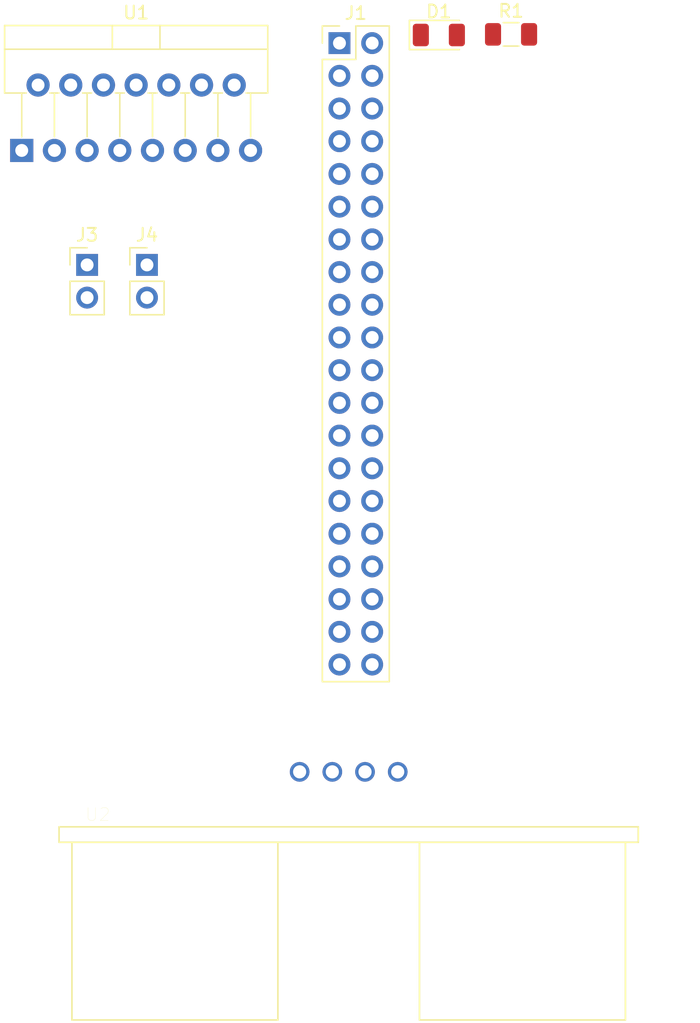
<source format=kicad_pcb>
(kicad_pcb (version 20171130) (host pcbnew "(5.1.5)-3")

  (general
    (thickness 1.6)
    (drawings 0)
    (tracks 0)
    (zones 0)
    (modules 7)
    (nets 49)
  )

  (page A4)
  (layers
    (0 F.Cu signal)
    (31 B.Cu signal)
    (32 B.Adhes user)
    (33 F.Adhes user)
    (34 B.Paste user)
    (35 F.Paste user)
    (36 B.SilkS user)
    (37 F.SilkS user)
    (38 B.Mask user)
    (39 F.Mask user)
    (40 Dwgs.User user)
    (41 Cmts.User user)
    (42 Eco1.User user)
    (43 Eco2.User user)
    (44 Edge.Cuts user)
    (45 Margin user)
    (46 B.CrtYd user)
    (47 F.CrtYd user)
    (48 B.Fab user)
    (49 F.Fab user)
  )

  (setup
    (last_trace_width 0.25)
    (trace_clearance 0.2)
    (zone_clearance 0.508)
    (zone_45_only no)
    (trace_min 0.2)
    (via_size 0.8)
    (via_drill 0.4)
    (via_min_size 0.4)
    (via_min_drill 0.3)
    (uvia_size 0.3)
    (uvia_drill 0.1)
    (uvias_allowed no)
    (uvia_min_size 0.2)
    (uvia_min_drill 0.1)
    (edge_width 0.05)
    (segment_width 0.2)
    (pcb_text_width 0.3)
    (pcb_text_size 1.5 1.5)
    (mod_edge_width 0.12)
    (mod_text_size 1 1)
    (mod_text_width 0.15)
    (pad_size 1.524 1.524)
    (pad_drill 0.762)
    (pad_to_mask_clearance 0.051)
    (solder_mask_min_width 0.25)
    (aux_axis_origin 0 0)
    (visible_elements FFFFFF7F)
    (pcbplotparams
      (layerselection 0x010fc_ffffffff)
      (usegerberextensions false)
      (usegerberattributes false)
      (usegerberadvancedattributes false)
      (creategerberjobfile false)
      (excludeedgelayer true)
      (linewidth 0.100000)
      (plotframeref false)
      (viasonmask false)
      (mode 1)
      (useauxorigin false)
      (hpglpennumber 1)
      (hpglpenspeed 20)
      (hpglpendiameter 15.000000)
      (psnegative false)
      (psa4output false)
      (plotreference true)
      (plotvalue true)
      (plotinvisibletext false)
      (padsonsilk false)
      (subtractmaskfromsilk false)
      (outputformat 1)
      (mirror false)
      (drillshape 1)
      (scaleselection 1)
      (outputdirectory ""))
  )

  (net 0 "")
  (net 1 "Net-(D1-Pad1)")
  (net 2 "Net-(D1-Pad2)")
  (net 3 "Net-(J1-Pad2)")
  (net 4 "Net-(J1-Pad3)")
  (net 5 "Net-(J1-Pad4)")
  (net 6 "Net-(J1-Pad5)")
  (net 7 "Net-(J1-Pad6)")
  (net 8 "Net-(J1-Pad7)")
  (net 9 "Net-(J1-Pad8)")
  (net 10 "Net-(J1-Pad9)")
  (net 11 "Net-(J1-Pad10)")
  (net 12 "Net-(J1-Pad11)")
  (net 13 "Net-(J1-Pad12)")
  (net 14 "Net-(J1-Pad13)")
  (net 15 "Net-(J1-Pad14)")
  (net 16 "Net-(J1-Pad15)")
  (net 17 "Net-(J1-Pad16)")
  (net 18 "Net-(J1-Pad17)")
  (net 19 "Net-(J1-Pad18)")
  (net 20 "Net-(J1-Pad19)")
  (net 21 "Net-(J1-Pad20)")
  (net 22 "Net-(J1-Pad21)")
  (net 23 "Net-(J1-Pad22)")
  (net 24 "Net-(J1-Pad23)")
  (net 25 "Net-(J1-Pad24)")
  (net 26 "Net-(J1-Pad25)")
  (net 27 "Net-(J1-Pad26)")
  (net 28 "Net-(J1-Pad27)")
  (net 29 "Net-(J1-Pad28)")
  (net 30 "Net-(J1-Pad29)")
  (net 31 "Net-(J1-Pad31)")
  (net 32 "Net-(J1-Pad32)")
  (net 33 "Net-(J1-Pad33)")
  (net 34 "Net-(J1-Pad34)")
  (net 35 "Net-(J1-Pad35)")
  (net 36 "Net-(J1-Pad36)")
  (net 37 "Net-(J1-Pad37)")
  (net 38 "Net-(J1-Pad38)")
  (net 39 "Net-(J1-Pad39)")
  (net 40 "Net-(J1-Pad40)")
  (net 41 "Net-(U1-Pad1)")
  (net 42 "Net-(J3-Pad2)")
  (net 43 "Net-(J3-Pad1)")
  (net 44 "Net-(J4-Pad2)")
  (net 45 "Net-(J4-Pad1)")
  (net 46 "Net-(U1-Pad15)")
  (net 47 GND)
  (net 48 +5VD)

  (net_class Default "This is the default net class."
    (clearance 0.2)
    (trace_width 0.25)
    (via_dia 0.8)
    (via_drill 0.4)
    (uvia_dia 0.3)
    (uvia_drill 0.1)
    (add_net +5VD)
    (add_net GND)
    (add_net "Net-(D1-Pad1)")
    (add_net "Net-(D1-Pad2)")
    (add_net "Net-(J1-Pad10)")
    (add_net "Net-(J1-Pad11)")
    (add_net "Net-(J1-Pad12)")
    (add_net "Net-(J1-Pad13)")
    (add_net "Net-(J1-Pad14)")
    (add_net "Net-(J1-Pad15)")
    (add_net "Net-(J1-Pad16)")
    (add_net "Net-(J1-Pad17)")
    (add_net "Net-(J1-Pad18)")
    (add_net "Net-(J1-Pad19)")
    (add_net "Net-(J1-Pad2)")
    (add_net "Net-(J1-Pad20)")
    (add_net "Net-(J1-Pad21)")
    (add_net "Net-(J1-Pad22)")
    (add_net "Net-(J1-Pad23)")
    (add_net "Net-(J1-Pad24)")
    (add_net "Net-(J1-Pad25)")
    (add_net "Net-(J1-Pad26)")
    (add_net "Net-(J1-Pad27)")
    (add_net "Net-(J1-Pad28)")
    (add_net "Net-(J1-Pad29)")
    (add_net "Net-(J1-Pad3)")
    (add_net "Net-(J1-Pad31)")
    (add_net "Net-(J1-Pad32)")
    (add_net "Net-(J1-Pad33)")
    (add_net "Net-(J1-Pad34)")
    (add_net "Net-(J1-Pad35)")
    (add_net "Net-(J1-Pad36)")
    (add_net "Net-(J1-Pad37)")
    (add_net "Net-(J1-Pad38)")
    (add_net "Net-(J1-Pad39)")
    (add_net "Net-(J1-Pad4)")
    (add_net "Net-(J1-Pad40)")
    (add_net "Net-(J1-Pad5)")
    (add_net "Net-(J1-Pad6)")
    (add_net "Net-(J1-Pad7)")
    (add_net "Net-(J1-Pad8)")
    (add_net "Net-(J1-Pad9)")
    (add_net "Net-(J3-Pad1)")
    (add_net "Net-(J3-Pad2)")
    (add_net "Net-(J4-Pad1)")
    (add_net "Net-(J4-Pad2)")
    (add_net "Net-(U1-Pad1)")
    (add_net "Net-(U1-Pad15)")
  )

  (module easyeda-data:XCVR_HC-SR04 (layer F.Cu) (tedit 5EAA3999) (tstamp 5EAAD66E)
    (at 139.7 116.84)
    (path /5EB22E64)
    (fp_text reference U2 (at -19.48505 3.31671) (layer F.SilkS)
      (effects (font (size 1.00052 1.00052) (thickness 0.015)))
    )
    (fp_text value HC-SR04 (at 23.8102 3.370695) (layer F.Fab)
      (effects (font (size 1.001693 1.001693) (thickness 0.015)))
    )
    (fp_line (start -5 4) (end -22.75 4) (layer F.CrtYd) (width 0.05))
    (fp_line (start -5 -1.25) (end -5 4) (layer F.CrtYd) (width 0.05))
    (fp_line (start 5 -1.25) (end -5 -1.25) (layer F.CrtYd) (width 0.05))
    (fp_line (start 5 4) (end 5 -1.25) (layer F.CrtYd) (width 0.05))
    (fp_line (start 22.75 4) (end 5 4) (layer F.CrtYd) (width 0.05))
    (fp_line (start 22.75 19.5) (end 22.75 4) (layer F.CrtYd) (width 0.05))
    (fp_line (start -22.75 19.5) (end 22.75 19.5) (layer F.CrtYd) (width 0.05))
    (fp_line (start -22.75 4) (end -22.75 19.5) (layer F.CrtYd) (width 0.05))
    (fp_line (start 5.5 5.47) (end 5.5 19.27) (layer F.SilkS) (width 0.127))
    (fp_line (start -5.5 5.47) (end -5.5 19.27) (layer F.SilkS) (width 0.127))
    (fp_line (start 21.5 5.47) (end 21.5 19.27) (layer F.SilkS) (width 0.127))
    (fp_line (start -21.5 5.47) (end -21.5 19.27) (layer F.SilkS) (width 0.127))
    (fp_line (start 22.5 4.27) (end 22.5 5.47) (layer F.SilkS) (width 0.127))
    (fp_line (start -22.5 4.27) (end 22.5 4.27) (layer F.SilkS) (width 0.127))
    (fp_line (start -22.5 5.47) (end -22.5 4.27) (layer F.SilkS) (width 0.127))
    (fp_line (start -21.5 5.47) (end -22.5 5.47) (layer F.SilkS) (width 0.127))
    (fp_line (start -5.5 5.47) (end -21.5 5.47) (layer F.SilkS) (width 0.127))
    (fp_line (start 5.5 5.47) (end -5.5 5.47) (layer F.SilkS) (width 0.127))
    (fp_line (start 21.5 5.47) (end 5.5 5.47) (layer F.SilkS) (width 0.127))
    (fp_line (start 22.5 5.47) (end 21.5 5.47) (layer F.SilkS) (width 0.127))
    (fp_line (start 5.5 19.27) (end 21.5 19.27) (layer F.SilkS) (width 0.127))
    (fp_line (start -21.5 19.27) (end -5.5 19.27) (layer F.SilkS) (width 0.127))
    (pad 1 thru_hole circle (at -3.81 0) (size 1.53 1.53) (drill 1.02) (layers *.Cu *.Mask)
      (net 3 "Net-(J1-Pad2)"))
    (pad 4 thru_hole circle (at 3.81 0) (size 1.53 1.53) (drill 1.02) (layers *.Cu *.Mask)
      (net 39 "Net-(J1-Pad39)"))
    (pad 3 thru_hole circle (at 1.27 0) (size 1.53 1.53) (drill 1.02) (layers *.Cu *.Mask)
      (net 35 "Net-(J1-Pad35)"))
    (pad 2 thru_hole circle (at -1.27 0) (size 1.53 1.53) (drill 1.02) (layers *.Cu *.Mask)
      (net 37 "Net-(J1-Pad37)"))
  )

  (module Connector_PinHeader_2.54mm:PinHeader_1x02_P2.54mm_Vertical (layer F.Cu) (tedit 59FED5CC) (tstamp 5EAA7807)
    (at 124.03 77.47)
    (descr "Through hole straight pin header, 1x02, 2.54mm pitch, single row")
    (tags "Through hole pin header THT 1x02 2.54mm single row")
    (path /5EAD09B3)
    (fp_text reference J4 (at 0 -2.33) (layer F.SilkS)
      (effects (font (size 1 1) (thickness 0.15)))
    )
    (fp_text value Conn_01x02_Male (at 0 4.87) (layer F.Fab)
      (effects (font (size 1 1) (thickness 0.15)))
    )
    (fp_text user %R (at 0 1.27 90) (layer F.Fab)
      (effects (font (size 1 1) (thickness 0.15)))
    )
    (fp_line (start 1.8 -1.8) (end -1.8 -1.8) (layer F.CrtYd) (width 0.05))
    (fp_line (start 1.8 4.35) (end 1.8 -1.8) (layer F.CrtYd) (width 0.05))
    (fp_line (start -1.8 4.35) (end 1.8 4.35) (layer F.CrtYd) (width 0.05))
    (fp_line (start -1.8 -1.8) (end -1.8 4.35) (layer F.CrtYd) (width 0.05))
    (fp_line (start -1.33 -1.33) (end 0 -1.33) (layer F.SilkS) (width 0.12))
    (fp_line (start -1.33 0) (end -1.33 -1.33) (layer F.SilkS) (width 0.12))
    (fp_line (start -1.33 1.27) (end 1.33 1.27) (layer F.SilkS) (width 0.12))
    (fp_line (start 1.33 1.27) (end 1.33 3.87) (layer F.SilkS) (width 0.12))
    (fp_line (start -1.33 1.27) (end -1.33 3.87) (layer F.SilkS) (width 0.12))
    (fp_line (start -1.33 3.87) (end 1.33 3.87) (layer F.SilkS) (width 0.12))
    (fp_line (start -1.27 -0.635) (end -0.635 -1.27) (layer F.Fab) (width 0.1))
    (fp_line (start -1.27 3.81) (end -1.27 -0.635) (layer F.Fab) (width 0.1))
    (fp_line (start 1.27 3.81) (end -1.27 3.81) (layer F.Fab) (width 0.1))
    (fp_line (start 1.27 -1.27) (end 1.27 3.81) (layer F.Fab) (width 0.1))
    (fp_line (start -0.635 -1.27) (end 1.27 -1.27) (layer F.Fab) (width 0.1))
    (pad 2 thru_hole oval (at 0 2.54) (size 1.7 1.7) (drill 1) (layers *.Cu *.Mask)
      (net 44 "Net-(J4-Pad2)"))
    (pad 1 thru_hole rect (at 0 0) (size 1.7 1.7) (drill 1) (layers *.Cu *.Mask)
      (net 45 "Net-(J4-Pad1)"))
    (model ${KISYS3DMOD}/Connector_PinHeader_2.54mm.3dshapes/PinHeader_1x02_P2.54mm_Vertical.wrl
      (at (xyz 0 0 0))
      (scale (xyz 1 1 1))
      (rotate (xyz 0 0 0))
    )
  )

  (module Connector_PinHeader_2.54mm:PinHeader_1x02_P2.54mm_Vertical (layer F.Cu) (tedit 59FED5CC) (tstamp 5EAA77F1)
    (at 119.38 77.47)
    (descr "Through hole straight pin header, 1x02, 2.54mm pitch, single row")
    (tags "Through hole pin header THT 1x02 2.54mm single row")
    (path /5EAD1353)
    (fp_text reference J3 (at 0 -2.33) (layer F.SilkS)
      (effects (font (size 1 1) (thickness 0.15)))
    )
    (fp_text value Conn_01x02_Male (at 0 4.87) (layer F.Fab)
      (effects (font (size 1 1) (thickness 0.15)))
    )
    (fp_text user %R (at 0 1.27 90) (layer F.Fab)
      (effects (font (size 1 1) (thickness 0.15)))
    )
    (fp_line (start 1.8 -1.8) (end -1.8 -1.8) (layer F.CrtYd) (width 0.05))
    (fp_line (start 1.8 4.35) (end 1.8 -1.8) (layer F.CrtYd) (width 0.05))
    (fp_line (start -1.8 4.35) (end 1.8 4.35) (layer F.CrtYd) (width 0.05))
    (fp_line (start -1.8 -1.8) (end -1.8 4.35) (layer F.CrtYd) (width 0.05))
    (fp_line (start -1.33 -1.33) (end 0 -1.33) (layer F.SilkS) (width 0.12))
    (fp_line (start -1.33 0) (end -1.33 -1.33) (layer F.SilkS) (width 0.12))
    (fp_line (start -1.33 1.27) (end 1.33 1.27) (layer F.SilkS) (width 0.12))
    (fp_line (start 1.33 1.27) (end 1.33 3.87) (layer F.SilkS) (width 0.12))
    (fp_line (start -1.33 1.27) (end -1.33 3.87) (layer F.SilkS) (width 0.12))
    (fp_line (start -1.33 3.87) (end 1.33 3.87) (layer F.SilkS) (width 0.12))
    (fp_line (start -1.27 -0.635) (end -0.635 -1.27) (layer F.Fab) (width 0.1))
    (fp_line (start -1.27 3.81) (end -1.27 -0.635) (layer F.Fab) (width 0.1))
    (fp_line (start 1.27 3.81) (end -1.27 3.81) (layer F.Fab) (width 0.1))
    (fp_line (start 1.27 -1.27) (end 1.27 3.81) (layer F.Fab) (width 0.1))
    (fp_line (start -0.635 -1.27) (end 1.27 -1.27) (layer F.Fab) (width 0.1))
    (pad 2 thru_hole oval (at 0 2.54) (size 1.7 1.7) (drill 1) (layers *.Cu *.Mask)
      (net 42 "Net-(J3-Pad2)"))
    (pad 1 thru_hole rect (at 0 0) (size 1.7 1.7) (drill 1) (layers *.Cu *.Mask)
      (net 43 "Net-(J3-Pad1)"))
    (model ${KISYS3DMOD}/Connector_PinHeader_2.54mm.3dshapes/PinHeader_1x02_P2.54mm_Vertical.wrl
      (at (xyz 0 0 0))
      (scale (xyz 1 1 1))
      (rotate (xyz 0 0 0))
    )
  )

  (module LED_SMD:LED_1206_3216Metric (layer F.Cu) (tedit 5B301BBE) (tstamp 5EAA72DE)
    (at 146.705001 59.615001)
    (descr "LED SMD 1206 (3216 Metric), square (rectangular) end terminal, IPC_7351 nominal, (Body size source: http://www.tortai-tech.com/upload/download/2011102023233369053.pdf), generated with kicad-footprint-generator")
    (tags diode)
    (path /5EAA18C6)
    (attr smd)
    (fp_text reference D1 (at 0 -1.82) (layer F.SilkS)
      (effects (font (size 1 1) (thickness 0.15)))
    )
    (fp_text value LED (at 0 1.82) (layer F.Fab)
      (effects (font (size 1 1) (thickness 0.15)))
    )
    (fp_line (start 1.6 -0.8) (end -1.2 -0.8) (layer F.Fab) (width 0.1))
    (fp_line (start -1.2 -0.8) (end -1.6 -0.4) (layer F.Fab) (width 0.1))
    (fp_line (start -1.6 -0.4) (end -1.6 0.8) (layer F.Fab) (width 0.1))
    (fp_line (start -1.6 0.8) (end 1.6 0.8) (layer F.Fab) (width 0.1))
    (fp_line (start 1.6 0.8) (end 1.6 -0.8) (layer F.Fab) (width 0.1))
    (fp_line (start 1.6 -1.135) (end -2.285 -1.135) (layer F.SilkS) (width 0.12))
    (fp_line (start -2.285 -1.135) (end -2.285 1.135) (layer F.SilkS) (width 0.12))
    (fp_line (start -2.285 1.135) (end 1.6 1.135) (layer F.SilkS) (width 0.12))
    (fp_line (start -2.28 1.12) (end -2.28 -1.12) (layer F.CrtYd) (width 0.05))
    (fp_line (start -2.28 -1.12) (end 2.28 -1.12) (layer F.CrtYd) (width 0.05))
    (fp_line (start 2.28 -1.12) (end 2.28 1.12) (layer F.CrtYd) (width 0.05))
    (fp_line (start 2.28 1.12) (end -2.28 1.12) (layer F.CrtYd) (width 0.05))
    (fp_text user %R (at 0 0) (layer F.Fab)
      (effects (font (size 0.8 0.8) (thickness 0.12)))
    )
    (pad 1 smd roundrect (at -1.4 0) (size 1.25 1.75) (layers F.Cu F.Paste F.Mask) (roundrect_rratio 0.2)
      (net 1 "Net-(D1-Pad1)"))
    (pad 2 smd roundrect (at 1.4 0) (size 1.25 1.75) (layers F.Cu F.Paste F.Mask) (roundrect_rratio 0.2)
      (net 2 "Net-(D1-Pad2)"))
    (model ${KISYS3DMOD}/LED_SMD.3dshapes/LED_1206_3216Metric.wrl
      (at (xyz 0 0 0))
      (scale (xyz 1 1 1))
      (rotate (xyz 0 0 0))
    )
  )

  (module Connector_PinHeader_2.54mm:PinHeader_2x20_P2.54mm_Vertical (layer F.Cu) (tedit 59FED5CC) (tstamp 5EAA731C)
    (at 138.985001 60.245001)
    (descr "Through hole straight pin header, 2x20, 2.54mm pitch, double rows")
    (tags "Through hole pin header THT 2x20 2.54mm double row")
    (path /5EAA72C8)
    (fp_text reference J1 (at 1.27 -2.33) (layer F.SilkS)
      (effects (font (size 1 1) (thickness 0.15)))
    )
    (fp_text value Conn_02x20_Odd_Even (at 1.27 50.59) (layer F.Fab)
      (effects (font (size 1 1) (thickness 0.15)))
    )
    (fp_line (start 0 -1.27) (end 3.81 -1.27) (layer F.Fab) (width 0.1))
    (fp_line (start 3.81 -1.27) (end 3.81 49.53) (layer F.Fab) (width 0.1))
    (fp_line (start 3.81 49.53) (end -1.27 49.53) (layer F.Fab) (width 0.1))
    (fp_line (start -1.27 49.53) (end -1.27 0) (layer F.Fab) (width 0.1))
    (fp_line (start -1.27 0) (end 0 -1.27) (layer F.Fab) (width 0.1))
    (fp_line (start -1.33 49.59) (end 3.87 49.59) (layer F.SilkS) (width 0.12))
    (fp_line (start -1.33 1.27) (end -1.33 49.59) (layer F.SilkS) (width 0.12))
    (fp_line (start 3.87 -1.33) (end 3.87 49.59) (layer F.SilkS) (width 0.12))
    (fp_line (start -1.33 1.27) (end 1.27 1.27) (layer F.SilkS) (width 0.12))
    (fp_line (start 1.27 1.27) (end 1.27 -1.33) (layer F.SilkS) (width 0.12))
    (fp_line (start 1.27 -1.33) (end 3.87 -1.33) (layer F.SilkS) (width 0.12))
    (fp_line (start -1.33 0) (end -1.33 -1.33) (layer F.SilkS) (width 0.12))
    (fp_line (start -1.33 -1.33) (end 0 -1.33) (layer F.SilkS) (width 0.12))
    (fp_line (start -1.8 -1.8) (end -1.8 50.05) (layer F.CrtYd) (width 0.05))
    (fp_line (start -1.8 50.05) (end 4.35 50.05) (layer F.CrtYd) (width 0.05))
    (fp_line (start 4.35 50.05) (end 4.35 -1.8) (layer F.CrtYd) (width 0.05))
    (fp_line (start 4.35 -1.8) (end -1.8 -1.8) (layer F.CrtYd) (width 0.05))
    (fp_text user %R (at 1.27 24.13 90) (layer F.Fab)
      (effects (font (size 1 1) (thickness 0.15)))
    )
    (pad 1 thru_hole rect (at 0 0) (size 1.7 1.7) (drill 1) (layers *.Cu *.Mask)
      (net 2 "Net-(D1-Pad2)"))
    (pad 2 thru_hole oval (at 2.54 0) (size 1.7 1.7) (drill 1) (layers *.Cu *.Mask)
      (net 3 "Net-(J1-Pad2)"))
    (pad 3 thru_hole oval (at 0 2.54) (size 1.7 1.7) (drill 1) (layers *.Cu *.Mask)
      (net 4 "Net-(J1-Pad3)"))
    (pad 4 thru_hole oval (at 2.54 2.54) (size 1.7 1.7) (drill 1) (layers *.Cu *.Mask)
      (net 5 "Net-(J1-Pad4)"))
    (pad 5 thru_hole oval (at 0 5.08) (size 1.7 1.7) (drill 1) (layers *.Cu *.Mask)
      (net 6 "Net-(J1-Pad5)"))
    (pad 6 thru_hole oval (at 2.54 5.08) (size 1.7 1.7) (drill 1) (layers *.Cu *.Mask)
      (net 7 "Net-(J1-Pad6)"))
    (pad 7 thru_hole oval (at 0 7.62) (size 1.7 1.7) (drill 1) (layers *.Cu *.Mask)
      (net 8 "Net-(J1-Pad7)"))
    (pad 8 thru_hole oval (at 2.54 7.62) (size 1.7 1.7) (drill 1) (layers *.Cu *.Mask)
      (net 9 "Net-(J1-Pad8)"))
    (pad 9 thru_hole oval (at 0 10.16) (size 1.7 1.7) (drill 1) (layers *.Cu *.Mask)
      (net 10 "Net-(J1-Pad9)"))
    (pad 10 thru_hole oval (at 2.54 10.16) (size 1.7 1.7) (drill 1) (layers *.Cu *.Mask)
      (net 11 "Net-(J1-Pad10)"))
    (pad 11 thru_hole oval (at 0 12.7) (size 1.7 1.7) (drill 1) (layers *.Cu *.Mask)
      (net 12 "Net-(J1-Pad11)"))
    (pad 12 thru_hole oval (at 2.54 12.7) (size 1.7 1.7) (drill 1) (layers *.Cu *.Mask)
      (net 13 "Net-(J1-Pad12)"))
    (pad 13 thru_hole oval (at 0 15.24) (size 1.7 1.7) (drill 1) (layers *.Cu *.Mask)
      (net 14 "Net-(J1-Pad13)"))
    (pad 14 thru_hole oval (at 2.54 15.24) (size 1.7 1.7) (drill 1) (layers *.Cu *.Mask)
      (net 15 "Net-(J1-Pad14)"))
    (pad 15 thru_hole oval (at 0 17.78) (size 1.7 1.7) (drill 1) (layers *.Cu *.Mask)
      (net 16 "Net-(J1-Pad15)"))
    (pad 16 thru_hole oval (at 2.54 17.78) (size 1.7 1.7) (drill 1) (layers *.Cu *.Mask)
      (net 17 "Net-(J1-Pad16)"))
    (pad 17 thru_hole oval (at 0 20.32) (size 1.7 1.7) (drill 1) (layers *.Cu *.Mask)
      (net 18 "Net-(J1-Pad17)"))
    (pad 18 thru_hole oval (at 2.54 20.32) (size 1.7 1.7) (drill 1) (layers *.Cu *.Mask)
      (net 19 "Net-(J1-Pad18)"))
    (pad 19 thru_hole oval (at 0 22.86) (size 1.7 1.7) (drill 1) (layers *.Cu *.Mask)
      (net 20 "Net-(J1-Pad19)"))
    (pad 20 thru_hole oval (at 2.54 22.86) (size 1.7 1.7) (drill 1) (layers *.Cu *.Mask)
      (net 21 "Net-(J1-Pad20)"))
    (pad 21 thru_hole oval (at 0 25.4) (size 1.7 1.7) (drill 1) (layers *.Cu *.Mask)
      (net 22 "Net-(J1-Pad21)"))
    (pad 22 thru_hole oval (at 2.54 25.4) (size 1.7 1.7) (drill 1) (layers *.Cu *.Mask)
      (net 23 "Net-(J1-Pad22)"))
    (pad 23 thru_hole oval (at 0 27.94) (size 1.7 1.7) (drill 1) (layers *.Cu *.Mask)
      (net 24 "Net-(J1-Pad23)"))
    (pad 24 thru_hole oval (at 2.54 27.94) (size 1.7 1.7) (drill 1) (layers *.Cu *.Mask)
      (net 25 "Net-(J1-Pad24)"))
    (pad 25 thru_hole oval (at 0 30.48) (size 1.7 1.7) (drill 1) (layers *.Cu *.Mask)
      (net 26 "Net-(J1-Pad25)"))
    (pad 26 thru_hole oval (at 2.54 30.48) (size 1.7 1.7) (drill 1) (layers *.Cu *.Mask)
      (net 27 "Net-(J1-Pad26)"))
    (pad 27 thru_hole oval (at 0 33.02) (size 1.7 1.7) (drill 1) (layers *.Cu *.Mask)
      (net 28 "Net-(J1-Pad27)"))
    (pad 28 thru_hole oval (at 2.54 33.02) (size 1.7 1.7) (drill 1) (layers *.Cu *.Mask)
      (net 29 "Net-(J1-Pad28)"))
    (pad 29 thru_hole oval (at 0 35.56) (size 1.7 1.7) (drill 1) (layers *.Cu *.Mask)
      (net 30 "Net-(J1-Pad29)"))
    (pad 30 thru_hole oval (at 2.54 35.56) (size 1.7 1.7) (drill 1) (layers *.Cu *.Mask)
      (net 47 GND))
    (pad 31 thru_hole oval (at 0 38.1) (size 1.7 1.7) (drill 1) (layers *.Cu *.Mask)
      (net 31 "Net-(J1-Pad31)"))
    (pad 32 thru_hole oval (at 2.54 38.1) (size 1.7 1.7) (drill 1) (layers *.Cu *.Mask)
      (net 32 "Net-(J1-Pad32)"))
    (pad 33 thru_hole oval (at 0 40.64) (size 1.7 1.7) (drill 1) (layers *.Cu *.Mask)
      (net 33 "Net-(J1-Pad33)"))
    (pad 34 thru_hole oval (at 2.54 40.64) (size 1.7 1.7) (drill 1) (layers *.Cu *.Mask)
      (net 34 "Net-(J1-Pad34)"))
    (pad 35 thru_hole oval (at 0 43.18) (size 1.7 1.7) (drill 1) (layers *.Cu *.Mask)
      (net 35 "Net-(J1-Pad35)"))
    (pad 36 thru_hole oval (at 2.54 43.18) (size 1.7 1.7) (drill 1) (layers *.Cu *.Mask)
      (net 36 "Net-(J1-Pad36)"))
    (pad 37 thru_hole oval (at 0 45.72) (size 1.7 1.7) (drill 1) (layers *.Cu *.Mask)
      (net 37 "Net-(J1-Pad37)"))
    (pad 38 thru_hole oval (at 2.54 45.72) (size 1.7 1.7) (drill 1) (layers *.Cu *.Mask)
      (net 38 "Net-(J1-Pad38)"))
    (pad 39 thru_hole oval (at 0 48.26) (size 1.7 1.7) (drill 1) (layers *.Cu *.Mask)
      (net 39 "Net-(J1-Pad39)"))
    (pad 40 thru_hole oval (at 2.54 48.26) (size 1.7 1.7) (drill 1) (layers *.Cu *.Mask)
      (net 40 "Net-(J1-Pad40)"))
    (model ${KISYS3DMOD}/Connector_PinHeader_2.54mm.3dshapes/PinHeader_2x20_P2.54mm_Vertical.wrl
      (at (xyz 0 0 0))
      (scale (xyz 1 1 1))
      (rotate (xyz 0 0 0))
    )
  )

  (module Resistor_SMD:R_1206_3216Metric (layer F.Cu) (tedit 5B301BBD) (tstamp 5EAA732D)
    (at 152.315001 59.565001)
    (descr "Resistor SMD 1206 (3216 Metric), square (rectangular) end terminal, IPC_7351 nominal, (Body size source: http://www.tortai-tech.com/upload/download/2011102023233369053.pdf), generated with kicad-footprint-generator")
    (tags resistor)
    (path /5EAA2386)
    (attr smd)
    (fp_text reference R1 (at 0 -1.82) (layer F.SilkS)
      (effects (font (size 1 1) (thickness 0.15)))
    )
    (fp_text value 200 (at 0 1.82) (layer F.Fab)
      (effects (font (size 1 1) (thickness 0.15)))
    )
    (fp_line (start -1.6 0.8) (end -1.6 -0.8) (layer F.Fab) (width 0.1))
    (fp_line (start -1.6 -0.8) (end 1.6 -0.8) (layer F.Fab) (width 0.1))
    (fp_line (start 1.6 -0.8) (end 1.6 0.8) (layer F.Fab) (width 0.1))
    (fp_line (start 1.6 0.8) (end -1.6 0.8) (layer F.Fab) (width 0.1))
    (fp_line (start -0.602064 -0.91) (end 0.602064 -0.91) (layer F.SilkS) (width 0.12))
    (fp_line (start -0.602064 0.91) (end 0.602064 0.91) (layer F.SilkS) (width 0.12))
    (fp_line (start -2.28 1.12) (end -2.28 -1.12) (layer F.CrtYd) (width 0.05))
    (fp_line (start -2.28 -1.12) (end 2.28 -1.12) (layer F.CrtYd) (width 0.05))
    (fp_line (start 2.28 -1.12) (end 2.28 1.12) (layer F.CrtYd) (width 0.05))
    (fp_line (start 2.28 1.12) (end -2.28 1.12) (layer F.CrtYd) (width 0.05))
    (fp_text user %R (at 0 0) (layer F.Fab)
      (effects (font (size 0.8 0.8) (thickness 0.12)))
    )
    (pad 1 smd roundrect (at -1.4 0) (size 1.25 1.75) (layers F.Cu F.Paste F.Mask) (roundrect_rratio 0.2)
      (net 1 "Net-(D1-Pad1)"))
    (pad 2 smd roundrect (at 1.4 0) (size 1.25 1.75) (layers F.Cu F.Paste F.Mask) (roundrect_rratio 0.2)
      (net 26 "Net-(J1-Pad25)"))
    (model ${KISYS3DMOD}/Resistor_SMD.3dshapes/R_1206_3216Metric.wrl
      (at (xyz 0 0 0))
      (scale (xyz 1 1 1))
      (rotate (xyz 0 0 0))
    )
  )

  (module Package_TO_SOT_THT:TO-220-15_P2.54x2.54mm_StaggerOdd_Lead4.58mm_Vertical (layer F.Cu) (tedit 5AF05A31) (tstamp 5EAA74EA)
    (at 114.3 68.58)
    (descr "TO-220-15, Vertical, RM 1.27mm, staggered type-1, see http://www.st.com/resource/en/datasheet/l298.pdf")
    (tags "TO-220-15 Vertical RM 1.27mm staggered type-1")
    (path /5EAB73AB)
    (fp_text reference U1 (at 8.89 -10.7) (layer F.SilkS)
      (effects (font (size 1 1) (thickness 0.15)))
    )
    (fp_text value L298HN (at 8.89 2.15) (layer F.Fab)
      (effects (font (size 1 1) (thickness 0.15)))
    )
    (fp_line (start -1.21 -9.58) (end -1.21 -4.58) (layer F.Fab) (width 0.1))
    (fp_line (start -1.21 -4.58) (end 18.99 -4.58) (layer F.Fab) (width 0.1))
    (fp_line (start 18.99 -4.58) (end 18.99 -9.58) (layer F.Fab) (width 0.1))
    (fp_line (start 18.99 -9.58) (end -1.21 -9.58) (layer F.Fab) (width 0.1))
    (fp_line (start -1.21 -7.98) (end 18.99 -7.98) (layer F.Fab) (width 0.1))
    (fp_line (start 7.04 -9.58) (end 7.04 -7.98) (layer F.Fab) (width 0.1))
    (fp_line (start 10.74 -9.58) (end 10.74 -7.98) (layer F.Fab) (width 0.1))
    (fp_line (start 0 -4.58) (end 0 0) (layer F.Fab) (width 0.1))
    (fp_line (start 2.54 -4.58) (end 2.54 0) (layer F.Fab) (width 0.1))
    (fp_line (start 5.08 -4.58) (end 5.08 0) (layer F.Fab) (width 0.1))
    (fp_line (start 7.62 -4.58) (end 7.62 0) (layer F.Fab) (width 0.1))
    (fp_line (start 10.16 -4.58) (end 10.16 0) (layer F.Fab) (width 0.1))
    (fp_line (start 12.7 -4.58) (end 12.7 0) (layer F.Fab) (width 0.1))
    (fp_line (start 15.24 -4.58) (end 15.24 0) (layer F.Fab) (width 0.1))
    (fp_line (start 17.78 -4.58) (end 17.78 0) (layer F.Fab) (width 0.1))
    (fp_line (start -1.33 -9.7) (end 19.11 -9.7) (layer F.SilkS) (width 0.12))
    (fp_line (start -1.33 -4.459) (end 0.346 -4.459) (layer F.SilkS) (width 0.12))
    (fp_line (start 2.195 -4.459) (end 2.886 -4.459) (layer F.SilkS) (width 0.12))
    (fp_line (start 4.735 -4.459) (end 5.426 -4.459) (layer F.SilkS) (width 0.12))
    (fp_line (start 7.275 -4.459) (end 7.966 -4.459) (layer F.SilkS) (width 0.12))
    (fp_line (start 9.815 -4.459) (end 10.506 -4.459) (layer F.SilkS) (width 0.12))
    (fp_line (start 12.355 -4.459) (end 13.046 -4.459) (layer F.SilkS) (width 0.12))
    (fp_line (start 14.895 -4.459) (end 15.586 -4.459) (layer F.SilkS) (width 0.12))
    (fp_line (start 17.435 -4.459) (end 19.11 -4.459) (layer F.SilkS) (width 0.12))
    (fp_line (start -1.33 -9.7) (end -1.33 -4.459) (layer F.SilkS) (width 0.12))
    (fp_line (start 19.11 -9.7) (end 19.11 -4.459) (layer F.SilkS) (width 0.12))
    (fp_line (start -1.33 -7.86) (end 19.11 -7.86) (layer F.SilkS) (width 0.12))
    (fp_line (start 7.041 -9.7) (end 7.041 -7.86) (layer F.SilkS) (width 0.12))
    (fp_line (start 10.74 -9.7) (end 10.74 -7.86) (layer F.SilkS) (width 0.12))
    (fp_line (start 0 -4.459) (end 0 -1.05) (layer F.SilkS) (width 0.12))
    (fp_line (start 2.54 -4.459) (end 2.54 -1.065) (layer F.SilkS) (width 0.12))
    (fp_line (start 5.08 -4.459) (end 5.08 -1.065) (layer F.SilkS) (width 0.12))
    (fp_line (start 7.62 -4.459) (end 7.62 -1.065) (layer F.SilkS) (width 0.12))
    (fp_line (start 10.16 -4.459) (end 10.16 -1.065) (layer F.SilkS) (width 0.12))
    (fp_line (start 12.7 -4.459) (end 12.7 -1.065) (layer F.SilkS) (width 0.12))
    (fp_line (start 15.24 -4.459) (end 15.24 -1.065) (layer F.SilkS) (width 0.12))
    (fp_line (start 17.78 -4.459) (end 17.78 -1.065) (layer F.SilkS) (width 0.12))
    (fp_line (start -1.46 -9.83) (end -1.46 1.16) (layer F.CrtYd) (width 0.05))
    (fp_line (start -1.46 1.16) (end 19.25 1.16) (layer F.CrtYd) (width 0.05))
    (fp_line (start 19.25 1.16) (end 19.25 -9.83) (layer F.CrtYd) (width 0.05))
    (fp_line (start 19.25 -9.83) (end -1.46 -9.83) (layer F.CrtYd) (width 0.05))
    (fp_text user %R (at 8.89 -10.7) (layer F.Fab)
      (effects (font (size 1 1) (thickness 0.15)))
    )
    (pad 1 thru_hole rect (at 0 0) (size 1.8 1.8) (drill 1) (layers *.Cu *.Mask)
      (net 41 "Net-(U1-Pad1)"))
    (pad 2 thru_hole oval (at 1.27 -5.08) (size 1.8 1.8) (drill 1) (layers *.Cu *.Mask)
      (net 42 "Net-(J3-Pad2)"))
    (pad 3 thru_hole oval (at 2.54 0) (size 1.8 1.8) (drill 1) (layers *.Cu *.Mask)
      (net 43 "Net-(J3-Pad1)"))
    (pad 4 thru_hole oval (at 3.81 -5.08) (size 1.8 1.8) (drill 1) (layers *.Cu *.Mask)
      (net 48 +5VD))
    (pad 5 thru_hole oval (at 5.08 0) (size 1.8 1.8) (drill 1) (layers *.Cu *.Mask)
      (net 4 "Net-(J1-Pad3)"))
    (pad 6 thru_hole oval (at 6.35 -5.08) (size 1.8 1.8) (drill 1) (layers *.Cu *.Mask)
      (net 8 "Net-(J1-Pad7)"))
    (pad 7 thru_hole oval (at 7.62 0) (size 1.8 1.8) (drill 1) (layers *.Cu *.Mask)
      (net 6 "Net-(J1-Pad5)"))
    (pad 8 thru_hole oval (at 8.89 -5.08) (size 1.8 1.8) (drill 1) (layers *.Cu *.Mask)
      (net 47 GND))
    (pad 9 thru_hole oval (at 10.16 0) (size 1.8 1.8) (drill 1) (layers *.Cu *.Mask)
      (net 48 +5VD))
    (pad 10 thru_hole oval (at 11.43 -5.08) (size 1.8 1.8) (drill 1) (layers *.Cu *.Mask)
      (net 13 "Net-(J1-Pad12)"))
    (pad 11 thru_hole oval (at 12.7 0) (size 1.8 1.8) (drill 1) (layers *.Cu *.Mask)
      (net 19 "Net-(J1-Pad18)"))
    (pad 12 thru_hole oval (at 13.97 -5.08) (size 1.8 1.8) (drill 1) (layers *.Cu *.Mask)
      (net 17 "Net-(J1-Pad16)"))
    (pad 13 thru_hole oval (at 15.24 0) (size 1.8 1.8) (drill 1) (layers *.Cu *.Mask)
      (net 44 "Net-(J4-Pad2)"))
    (pad 14 thru_hole oval (at 16.51 -5.08) (size 1.8 1.8) (drill 1) (layers *.Cu *.Mask)
      (net 45 "Net-(J4-Pad1)"))
    (pad 15 thru_hole oval (at 17.78 0) (size 1.8 1.8) (drill 1) (layers *.Cu *.Mask)
      (net 46 "Net-(U1-Pad15)"))
    (model ${KISYS3DMOD}/Package_TO_SOT_THT.3dshapes/TO-220-15_P2.54x2.54mm_StaggerOdd_Lead4.58mm_Vertical.wrl
      (at (xyz 0 0 0))
      (scale (xyz 1 1 1))
      (rotate (xyz 0 0 0))
    )
  )

)

</source>
